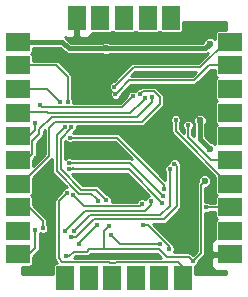
<source format=gbr>
G04 #@! TF.FileFunction,Copper,L2,Bot,Signal*
%FSLAX46Y46*%
G04 Gerber Fmt 4.6, Leading zero omitted, Abs format (unit mm)*
G04 Created by KiCad (PCBNEW 4.0.4-stable) date 07/06/18 22:18:52*
%MOMM*%
%LPD*%
G01*
G04 APERTURE LIST*
%ADD10C,0.100000*%
%ADD11R,1.500000X1.500000*%
%ADD12R,2.000000X1.500000*%
%ADD13R,1.500000X2.000000*%
%ADD14C,0.600000*%
%ADD15C,0.400000*%
%ADD16C,0.200000*%
%ADD17C,0.400000*%
%ADD18C,0.254000*%
G04 APERTURE END LIST*
D10*
D11*
X100000000Y-90000000D03*
D12*
X100000000Y-90000000D03*
D11*
X100000000Y-88000000D03*
D12*
X100000000Y-88000000D03*
D11*
X100000000Y-86000000D03*
X100000000Y-84000000D03*
D12*
X100000000Y-86000000D03*
X100000000Y-84000000D03*
D11*
X100000000Y-96000000D03*
X100000000Y-94000000D03*
X100000000Y-98000000D03*
X100000000Y-92000000D03*
D12*
X100000000Y-96000000D03*
X100000000Y-92000000D03*
X100000000Y-98000000D03*
X100000000Y-94000000D03*
D11*
X100000000Y-80000000D03*
X100000000Y-82000000D03*
D12*
X100000000Y-82000000D03*
X100000000Y-80000000D03*
D11*
X104000000Y-100000000D03*
D13*
X104000000Y-100000000D03*
D11*
X106000000Y-100000000D03*
D13*
X106000000Y-100000000D03*
D11*
X108000000Y-100000000D03*
X110000000Y-100000000D03*
D13*
X108000000Y-100000000D03*
X110000000Y-100000000D03*
D11*
X114000000Y-100000000D03*
X112000000Y-100000000D03*
D13*
X112000000Y-100000000D03*
X114000000Y-100000000D03*
D11*
X118000000Y-86000000D03*
X118000000Y-84000000D03*
X118000000Y-90000000D03*
X118000000Y-88000000D03*
X118000000Y-80000000D03*
X118000000Y-82000000D03*
X118000000Y-96000000D03*
X118000000Y-94000000D03*
X118000000Y-98000000D03*
X118000000Y-92000000D03*
D12*
X118000000Y-86000000D03*
X118000000Y-84000000D03*
X118000000Y-88000000D03*
X118000000Y-90000000D03*
X118000000Y-82000000D03*
X118000000Y-80000000D03*
X118000000Y-96000000D03*
X118000000Y-98000000D03*
X118000000Y-92000000D03*
X118000000Y-94000000D03*
D11*
X107000000Y-78000000D03*
X109000000Y-78000000D03*
X105000000Y-78000000D03*
X111000000Y-78000000D03*
X113000000Y-78000000D03*
D13*
X107000000Y-78000000D03*
X111000000Y-78000000D03*
X105000000Y-78000000D03*
X109000000Y-78000000D03*
X113000000Y-78000000D03*
D14*
X105270000Y-83475000D03*
D15*
X116420000Y-95275000D03*
X116395000Y-92650000D03*
X116495000Y-91500000D03*
X107914719Y-98053846D03*
X101570000Y-89850000D03*
X107920000Y-93000000D03*
D14*
X106020000Y-84550000D03*
X105020000Y-79600000D03*
D15*
X110120000Y-98050000D03*
X104370000Y-88650000D03*
X110969565Y-81231489D03*
X115266793Y-90103207D03*
X110570000Y-79550000D03*
X107420000Y-83350000D03*
X102270000Y-90700000D03*
X102220000Y-88100000D03*
X116220000Y-96450000D03*
D14*
X110520000Y-82700000D03*
X109320000Y-79550000D03*
D15*
X108520000Y-88900000D03*
X107720000Y-95600000D03*
X104070000Y-98150000D03*
X114820000Y-98550000D03*
D14*
X115820000Y-91800000D03*
X116270000Y-89050000D03*
X115420000Y-86650000D03*
X116270000Y-80150000D03*
X107470000Y-80550000D03*
D15*
X112320000Y-93050000D03*
X104320000Y-90250000D03*
X112008302Y-97101622D03*
X107901802Y-96381802D03*
X112370000Y-92450000D03*
X104424727Y-88102727D03*
X103570000Y-85050000D03*
X112220000Y-93600000D03*
X104320000Y-90800000D03*
X104170016Y-92796054D03*
X102122388Y-95786858D03*
X104001028Y-96014385D03*
X111273521Y-93492756D03*
X115970011Y-94009607D03*
X114420000Y-87050000D03*
X106790865Y-93449990D03*
X103970147Y-87213193D03*
X104220000Y-85050002D03*
X104795540Y-96000011D03*
X112870000Y-90750000D03*
X101494365Y-95925564D03*
X104518987Y-96497324D03*
X113270000Y-90300000D03*
X113370000Y-86600000D03*
X111370000Y-84700000D03*
X110774027Y-84765738D03*
X110366276Y-84396629D03*
X101450643Y-86830338D03*
X101857968Y-85319838D03*
X109720000Y-84600000D03*
X108275710Y-84425983D03*
X108176359Y-83788012D03*
X105212625Y-97106102D03*
X107493822Y-93376516D03*
X106720000Y-95481248D03*
X104520000Y-87200000D03*
X112820000Y-97550000D03*
X110620000Y-95500000D03*
X110520000Y-93700000D03*
X104720000Y-93000000D03*
D16*
X116420000Y-95275000D02*
X116420000Y-96250000D01*
X116420000Y-96250000D02*
X116220000Y-96450000D01*
X115266793Y-90103207D02*
X115266793Y-90271793D01*
X115266793Y-90271793D02*
X116495000Y-91500000D01*
X107918565Y-98050000D02*
X107914719Y-98053846D01*
X110120000Y-98050000D02*
X107918565Y-98050000D01*
X102220000Y-88100000D02*
X102220000Y-89200000D01*
X102220000Y-89200000D02*
X101570000Y-89850000D01*
D17*
X118000000Y-98000000D02*
X117970000Y-98000000D01*
D16*
X106070000Y-97550000D02*
X107270000Y-97550000D01*
X107270000Y-97550000D02*
X111970000Y-97550000D01*
X107720000Y-95600000D02*
X107270000Y-96050000D01*
X107270000Y-96050000D02*
X107270000Y-97550000D01*
X112620000Y-98200000D02*
X114470000Y-98200000D01*
X114470000Y-98200000D02*
X114820000Y-98550000D01*
X111970000Y-97550000D02*
X112620000Y-98200000D01*
X105870000Y-97750000D02*
X106070000Y-97550000D01*
X104752842Y-97750000D02*
X105870000Y-97750000D01*
X104070000Y-98150000D02*
X104352842Y-98150000D01*
X104352842Y-98150000D02*
X104752842Y-97750000D01*
X114820000Y-98550000D02*
X115520001Y-97849999D01*
X115520001Y-97849999D02*
X115520001Y-93549999D01*
X115520001Y-93549999D02*
X115520001Y-93599999D01*
X115820000Y-91800000D02*
X115520001Y-92099999D01*
X115520001Y-92099999D02*
X115520001Y-93549999D01*
D17*
X115420000Y-86650000D02*
X115420000Y-88200000D01*
X115420000Y-88200000D02*
X116270000Y-89050000D01*
X107470000Y-80550000D02*
X115870000Y-80550000D01*
X115870000Y-80550000D02*
X116270000Y-80150000D01*
X100000000Y-80000000D02*
X103770000Y-80000000D01*
X103770000Y-80000000D02*
X104320000Y-80550000D01*
X104320000Y-80550000D02*
X107470000Y-80550000D01*
D16*
X104320000Y-90250000D02*
X109520000Y-90250000D01*
X109520000Y-90250000D02*
X112320000Y-93050000D01*
X108621622Y-97101622D02*
X111725460Y-97101622D01*
X111725460Y-97101622D02*
X112008302Y-97101622D01*
X107901802Y-96381802D02*
X108621622Y-97101622D01*
X104424727Y-88102727D02*
X108388729Y-88102727D01*
X108388729Y-88102727D02*
X112370000Y-92083998D01*
X112370000Y-92083998D02*
X112370000Y-92450000D01*
X103570000Y-85050000D02*
X102520000Y-84000000D01*
X102520000Y-84000000D02*
X100000000Y-84000000D01*
X104320000Y-90800000D02*
X109420000Y-90800000D01*
X109420000Y-90800000D02*
X112220000Y-93600000D01*
X104320000Y-90800000D02*
X104602842Y-90800000D01*
X104602842Y-90800000D02*
X104802832Y-90600010D01*
X110000000Y-99050000D02*
X110000000Y-100000000D01*
X112000000Y-100000000D02*
X112000000Y-99050000D01*
X103469999Y-93496071D02*
X103970017Y-92996053D01*
X103780785Y-98646900D02*
X103469999Y-98336114D01*
X113596900Y-98646900D02*
X108279922Y-98646900D01*
X108279922Y-98646900D02*
X108220647Y-98706175D01*
X108220647Y-98706175D02*
X107788643Y-98706175D01*
X107788643Y-98706175D02*
X107729368Y-98646900D01*
X114000000Y-100000000D02*
X114000000Y-99050000D01*
X114000000Y-99050000D02*
X113596900Y-98646900D01*
X107729368Y-98646900D02*
X103780785Y-98646900D01*
X103469999Y-98336114D02*
X103469999Y-93496071D01*
X103970017Y-92996053D02*
X104170016Y-92796054D01*
X102122388Y-95172388D02*
X102122388Y-95504016D01*
X100000000Y-94000000D02*
X100950000Y-94000000D01*
X102122388Y-95504016D02*
X102122388Y-95786858D01*
X100950000Y-94000000D02*
X102122388Y-95172388D01*
X111273521Y-93775598D02*
X110749108Y-94300011D01*
X104201027Y-95814386D02*
X104001028Y-96014385D01*
X105715402Y-94300011D02*
X104201027Y-95814386D01*
X110749108Y-94300011D02*
X105715402Y-94300011D01*
X111273521Y-93492756D02*
X111273521Y-93775598D01*
X118000000Y-94000000D02*
X115979618Y-94000000D01*
X115979618Y-94000000D02*
X115970011Y-94009607D01*
X114420000Y-87332842D02*
X114420000Y-87050000D01*
X116405996Y-90000000D02*
X114420000Y-88014004D01*
X114420000Y-88014004D02*
X114420000Y-87332842D01*
X118000000Y-90000000D02*
X116405996Y-90000000D01*
X104000000Y-100000000D02*
X104000000Y-99050000D01*
X104220000Y-85050002D02*
X104220000Y-82947764D01*
X104220000Y-82947764D02*
X103272236Y-82000000D01*
X103272236Y-82000000D02*
X100000000Y-82000000D01*
X106590866Y-93249991D02*
X106790865Y-93449990D01*
X103291037Y-90926047D02*
X105214978Y-92849988D01*
X103291037Y-87892303D02*
X103291037Y-90926047D01*
X106190863Y-92849988D02*
X106590866Y-93249991D01*
X103970147Y-87213193D02*
X103291037Y-87892303D01*
X105214978Y-92849988D02*
X106190863Y-92849988D01*
X108000000Y-100000000D02*
X108000000Y-99524990D01*
X112064389Y-94668930D02*
X106126621Y-94668930D01*
X104995539Y-95800012D02*
X104795540Y-96000011D01*
X112870000Y-90750000D02*
X112870000Y-93863319D01*
X112870000Y-93863319D02*
X112064389Y-94668930D01*
X106126621Y-94668930D02*
X104995539Y-95800012D01*
X101494365Y-97455635D02*
X101494365Y-96208406D01*
X101494365Y-96208406D02*
X101494365Y-95925564D01*
X100000000Y-98000000D02*
X100950000Y-98000000D01*
X100950000Y-98000000D02*
X101494365Y-97455635D01*
X113469999Y-93912659D02*
X112351420Y-95031238D01*
X112351420Y-95031238D02*
X106416500Y-95031238D01*
X113469999Y-90499999D02*
X113469999Y-93912659D01*
X104950414Y-96497324D02*
X104801829Y-96497324D01*
X106416500Y-95031238D02*
X104950414Y-96497324D01*
X104801829Y-96497324D02*
X104518987Y-96497324D01*
X113270000Y-90300000D02*
X113469999Y-90499999D01*
X113370000Y-86600000D02*
X113370000Y-87570002D01*
X113370000Y-87570002D02*
X117799998Y-92000000D01*
X117799998Y-92000000D02*
X118000000Y-92000000D01*
X111370000Y-84700000D02*
X111370000Y-85081410D01*
X111370000Y-85081410D02*
X110101399Y-86350011D01*
X110101399Y-86350011D02*
X102879812Y-86350011D01*
X102879812Y-86350011D02*
X101820001Y-87409822D01*
X101820001Y-87409822D02*
X101820001Y-87833997D01*
X101820001Y-87833997D02*
X101250001Y-88403997D01*
X101250001Y-88403997D02*
X101250001Y-89503995D01*
X101250001Y-89503995D02*
X100753996Y-90000000D01*
X100753996Y-90000000D02*
X100000000Y-90000000D01*
X101050015Y-85899985D02*
X102438865Y-85899985D01*
X102438865Y-85899985D02*
X102538880Y-86000000D01*
X109539765Y-86000000D02*
X110574028Y-84965737D01*
X110574028Y-84965737D02*
X110774027Y-84765738D01*
X102538880Y-86000000D02*
X109539765Y-86000000D01*
X100950000Y-86000000D02*
X101050015Y-85899985D01*
X100000000Y-86000000D02*
X100950000Y-86000000D01*
X110366276Y-84396629D02*
X110566275Y-84196630D01*
X111559401Y-84196630D02*
X112011818Y-84649047D01*
X110566275Y-84196630D02*
X111559401Y-84196630D01*
X112011818Y-84649047D02*
X112011818Y-85251228D01*
X112011818Y-85251228D02*
X110500051Y-86762995D01*
X110500051Y-86762995D02*
X104798997Y-86762995D01*
X104798997Y-86762995D02*
X104786001Y-86749999D01*
X104786001Y-86749999D02*
X103189250Y-86749999D01*
X103189250Y-86749999D02*
X102670001Y-87269248D01*
X102670001Y-87269248D02*
X102670001Y-89633997D01*
X102670001Y-89633997D02*
X100303998Y-92000000D01*
X100303998Y-92000000D02*
X100000000Y-92000000D01*
X101450643Y-87113180D02*
X101450643Y-86830338D01*
X100950000Y-88000000D02*
X101450643Y-87499357D01*
X101450643Y-87499357D02*
X101450643Y-87113180D01*
X100000000Y-88000000D02*
X100950000Y-88000000D01*
X102057967Y-85519837D02*
X101857968Y-85319838D01*
X108800163Y-85519837D02*
X102057967Y-85519837D01*
X109720000Y-84600000D02*
X108800163Y-85519837D01*
X118000000Y-82000000D02*
X116190296Y-82000000D01*
X116190296Y-82000000D02*
X114940295Y-83250001D01*
X114940295Y-83250001D02*
X109451692Y-83250001D01*
X109451692Y-83250001D02*
X108475709Y-84225984D01*
X108475709Y-84225984D02*
X108275710Y-84425983D01*
X118000000Y-80000000D02*
X117605712Y-80000000D01*
X117605712Y-80000000D02*
X115455713Y-82149999D01*
X115455713Y-82149999D02*
X109814372Y-82149999D01*
X109814372Y-82149999D02*
X108376358Y-83588013D01*
X108376358Y-83588013D02*
X108176359Y-83788012D01*
X105212625Y-96988623D02*
X105212625Y-97106102D01*
X106720000Y-95481248D02*
X105212625Y-96988623D01*
X104520000Y-87324186D02*
X103641048Y-88203138D01*
X103641048Y-88203138D02*
X103641048Y-90781068D01*
X106617284Y-92499978D02*
X107293823Y-93176517D01*
X107293823Y-93176517D02*
X107493822Y-93376516D01*
X105359958Y-92499978D02*
X106617284Y-92499978D01*
X104520000Y-87200000D02*
X104520000Y-87324186D01*
X103641048Y-90781068D02*
X105359958Y-92499978D01*
X112820000Y-97267158D02*
X112820000Y-97550000D01*
X111052842Y-95500000D02*
X112820000Y-97267158D01*
X110620000Y-95500000D02*
X111052842Y-95500000D01*
X104720000Y-93000000D02*
X105639074Y-93919074D01*
X105639074Y-93919074D02*
X110300926Y-93919074D01*
X110300926Y-93919074D02*
X110320001Y-93899999D01*
X110320001Y-93899999D02*
X110520000Y-93700000D01*
D18*
G36*
X102914037Y-90926047D02*
X102942734Y-91070319D01*
X103024458Y-91192626D01*
X104150868Y-92319037D01*
X104075551Y-92318971D01*
X103900170Y-92391437D01*
X103765871Y-92525502D01*
X103693099Y-92700757D01*
X103693065Y-92739847D01*
X103203420Y-93229492D01*
X103121696Y-93351799D01*
X103092999Y-93496071D01*
X103092999Y-98336114D01*
X103121696Y-98480386D01*
X103203420Y-98602693D01*
X103318301Y-98717574D01*
X103250000Y-98717574D01*
X103147350Y-98736889D01*
X103053073Y-98797555D01*
X102989825Y-98890120D01*
X102967574Y-99000000D01*
X102967574Y-99673000D01*
X100327000Y-99673000D01*
X100327000Y-99032426D01*
X101000000Y-99032426D01*
X101102650Y-99013111D01*
X101196927Y-98952445D01*
X101260175Y-98859880D01*
X101282426Y-98750000D01*
X101282426Y-98200732D01*
X101760944Y-97722215D01*
X101842668Y-97599907D01*
X101852595Y-97550000D01*
X101871365Y-97455635D01*
X101871365Y-96223214D01*
X101888416Y-96206192D01*
X102027091Y-96263775D01*
X102216853Y-96263941D01*
X102392234Y-96191475D01*
X102526533Y-96057410D01*
X102599305Y-95882155D01*
X102599471Y-95692393D01*
X102527005Y-95517012D01*
X102499388Y-95489347D01*
X102499388Y-95172388D01*
X102470691Y-95028116D01*
X102388967Y-94905809D01*
X101282426Y-93799268D01*
X101282426Y-93250000D01*
X101263111Y-93147350D01*
X101202445Y-93053073D01*
X101123924Y-92999421D01*
X101196927Y-92952445D01*
X101260175Y-92859880D01*
X101282426Y-92750000D01*
X101282426Y-91554730D01*
X102914037Y-89923120D01*
X102914037Y-90926047D01*
X102914037Y-90926047D01*
G37*
X102914037Y-90926047D02*
X102942734Y-91070319D01*
X103024458Y-91192626D01*
X104150868Y-92319037D01*
X104075551Y-92318971D01*
X103900170Y-92391437D01*
X103765871Y-92525502D01*
X103693099Y-92700757D01*
X103693065Y-92739847D01*
X103203420Y-93229492D01*
X103121696Y-93351799D01*
X103092999Y-93496071D01*
X103092999Y-98336114D01*
X103121696Y-98480386D01*
X103203420Y-98602693D01*
X103318301Y-98717574D01*
X103250000Y-98717574D01*
X103147350Y-98736889D01*
X103053073Y-98797555D01*
X102989825Y-98890120D01*
X102967574Y-99000000D01*
X102967574Y-99673000D01*
X100327000Y-99673000D01*
X100327000Y-99032426D01*
X101000000Y-99032426D01*
X101102650Y-99013111D01*
X101196927Y-98952445D01*
X101260175Y-98859880D01*
X101282426Y-98750000D01*
X101282426Y-98200732D01*
X101760944Y-97722215D01*
X101842668Y-97599907D01*
X101852595Y-97550000D01*
X101871365Y-97455635D01*
X101871365Y-96223214D01*
X101888416Y-96206192D01*
X102027091Y-96263775D01*
X102216853Y-96263941D01*
X102392234Y-96191475D01*
X102526533Y-96057410D01*
X102599305Y-95882155D01*
X102599471Y-95692393D01*
X102527005Y-95517012D01*
X102499388Y-95489347D01*
X102499388Y-95172388D01*
X102470691Y-95028116D01*
X102388967Y-94905809D01*
X101282426Y-93799268D01*
X101282426Y-93250000D01*
X101263111Y-93147350D01*
X101202445Y-93053073D01*
X101123924Y-92999421D01*
X101196927Y-92952445D01*
X101260175Y-92859880D01*
X101282426Y-92750000D01*
X101282426Y-91554730D01*
X102914037Y-89923120D01*
X102914037Y-90926047D01*
G36*
X116717574Y-94750000D02*
X116736889Y-94852650D01*
X116797555Y-94946927D01*
X116876076Y-95000579D01*
X116803073Y-95047555D01*
X116739825Y-95140120D01*
X116717574Y-95250000D01*
X116717574Y-96679666D01*
X116640302Y-96711673D01*
X116461673Y-96890301D01*
X116365000Y-97123690D01*
X116365000Y-97714250D01*
X116523750Y-97873000D01*
X117673000Y-97873000D01*
X117673000Y-98127000D01*
X116523750Y-98127000D01*
X116365000Y-98285750D01*
X116365000Y-98876310D01*
X116461673Y-99109699D01*
X116640302Y-99288327D01*
X116873691Y-99385000D01*
X117673000Y-99385000D01*
X117673000Y-99673000D01*
X115032426Y-99673000D01*
X115032426Y-99000000D01*
X115028645Y-98979905D01*
X115089846Y-98954617D01*
X115224145Y-98820552D01*
X115296917Y-98645297D01*
X115296951Y-98606207D01*
X115786580Y-98116578D01*
X115868304Y-97994271D01*
X115897001Y-97849999D01*
X115897001Y-94486543D01*
X116064476Y-94486690D01*
X116239857Y-94414224D01*
X116277146Y-94377000D01*
X116717574Y-94377000D01*
X116717574Y-94750000D01*
X116717574Y-94750000D01*
G37*
X116717574Y-94750000D02*
X116736889Y-94852650D01*
X116797555Y-94946927D01*
X116876076Y-95000579D01*
X116803073Y-95047555D01*
X116739825Y-95140120D01*
X116717574Y-95250000D01*
X116717574Y-96679666D01*
X116640302Y-96711673D01*
X116461673Y-96890301D01*
X116365000Y-97123690D01*
X116365000Y-97714250D01*
X116523750Y-97873000D01*
X117673000Y-97873000D01*
X117673000Y-98127000D01*
X116523750Y-98127000D01*
X116365000Y-98285750D01*
X116365000Y-98876310D01*
X116461673Y-99109699D01*
X116640302Y-99288327D01*
X116873691Y-99385000D01*
X117673000Y-99385000D01*
X117673000Y-99673000D01*
X115032426Y-99673000D01*
X115032426Y-99000000D01*
X115028645Y-98979905D01*
X115089846Y-98954617D01*
X115224145Y-98820552D01*
X115296917Y-98645297D01*
X115296951Y-98606207D01*
X115786580Y-98116578D01*
X115868304Y-97994271D01*
X115897001Y-97849999D01*
X115897001Y-94486543D01*
X116064476Y-94486690D01*
X116239857Y-94414224D01*
X116277146Y-94377000D01*
X116717574Y-94377000D01*
X116717574Y-94750000D01*
G36*
X112156742Y-98269900D02*
X108279922Y-98269900D01*
X108135650Y-98298597D01*
X108089887Y-98329175D01*
X107919403Y-98329175D01*
X107873640Y-98298597D01*
X107729368Y-98269900D01*
X104766100Y-98269900D01*
X104909001Y-98127000D01*
X105870000Y-98127000D01*
X106014272Y-98098303D01*
X106136579Y-98016579D01*
X106226158Y-97927000D01*
X111813842Y-97927000D01*
X112156742Y-98269900D01*
X112156742Y-98269900D01*
G37*
X112156742Y-98269900D02*
X108279922Y-98269900D01*
X108135650Y-98298597D01*
X108089887Y-98329175D01*
X107919403Y-98329175D01*
X107873640Y-98298597D01*
X107729368Y-98269900D01*
X104766100Y-98269900D01*
X104909001Y-98127000D01*
X105870000Y-98127000D01*
X106014272Y-98098303D01*
X106136579Y-98016579D01*
X106226158Y-97927000D01*
X111813842Y-97927000D01*
X112156742Y-98269900D01*
G36*
X103982710Y-80887290D02*
X104137459Y-80990691D01*
X104320000Y-81027000D01*
X107130879Y-81027000D01*
X107142729Y-81038871D01*
X107354724Y-81126900D01*
X107584269Y-81127100D01*
X107796417Y-81039442D01*
X107808881Y-81027000D01*
X115870000Y-81027000D01*
X116052540Y-80990691D01*
X116140910Y-80931644D01*
X115299555Y-81772999D01*
X109814372Y-81772999D01*
X109670100Y-81801696D01*
X109547793Y-81883420D01*
X108120250Y-83310963D01*
X108081894Y-83310929D01*
X107906513Y-83383395D01*
X107772214Y-83517460D01*
X107699442Y-83692715D01*
X107699276Y-83882477D01*
X107771742Y-84057858D01*
X107870854Y-84157143D01*
X107798793Y-84330686D01*
X107798627Y-84520448D01*
X107871093Y-84695829D01*
X108005158Y-84830128D01*
X108180413Y-84902900D01*
X108370175Y-84903066D01*
X108545556Y-84830600D01*
X108679855Y-84696535D01*
X108752627Y-84521280D01*
X108752661Y-84482190D01*
X109607851Y-83627001D01*
X114940295Y-83627001D01*
X115084567Y-83598304D01*
X115206874Y-83516580D01*
X116346455Y-82377000D01*
X116717574Y-82377000D01*
X116717574Y-82750000D01*
X116736889Y-82852650D01*
X116797555Y-82946927D01*
X116876076Y-83000579D01*
X116803073Y-83047555D01*
X116739825Y-83140120D01*
X116717574Y-83250000D01*
X116717574Y-84750000D01*
X116736889Y-84852650D01*
X116797555Y-84946927D01*
X116876076Y-85000579D01*
X116803073Y-85047555D01*
X116739825Y-85140120D01*
X116717574Y-85250000D01*
X116717574Y-86750000D01*
X116736889Y-86852650D01*
X116797555Y-86946927D01*
X116876076Y-87000579D01*
X116803073Y-87047555D01*
X116739825Y-87140120D01*
X116717574Y-87250000D01*
X116717574Y-88681642D01*
X116597271Y-88561129D01*
X116385276Y-88473100D01*
X116367665Y-88473085D01*
X115897000Y-88002420D01*
X115897000Y-86989121D01*
X115908871Y-86977271D01*
X115996900Y-86765276D01*
X115997100Y-86535731D01*
X115909442Y-86323583D01*
X115747271Y-86161129D01*
X115535276Y-86073100D01*
X115305731Y-86072900D01*
X115093583Y-86160558D01*
X114931129Y-86322729D01*
X114843100Y-86534724D01*
X114842900Y-86764269D01*
X114930558Y-86976417D01*
X114943000Y-86988881D01*
X114943000Y-88003846D01*
X114797000Y-87857846D01*
X114797000Y-87347650D01*
X114824145Y-87320552D01*
X114896917Y-87145297D01*
X114897083Y-86955535D01*
X114824617Y-86780154D01*
X114690552Y-86645855D01*
X114515297Y-86573083D01*
X114325535Y-86572917D01*
X114150154Y-86645383D01*
X114015855Y-86779448D01*
X113943083Y-86954703D01*
X113942917Y-87144465D01*
X114015383Y-87319846D01*
X114043000Y-87347511D01*
X114043000Y-87709844D01*
X113747000Y-87413844D01*
X113747000Y-86897650D01*
X113774145Y-86870552D01*
X113846917Y-86695297D01*
X113847083Y-86505535D01*
X113774617Y-86330154D01*
X113640552Y-86195855D01*
X113465297Y-86123083D01*
X113275535Y-86122917D01*
X113100154Y-86195383D01*
X112965855Y-86329448D01*
X112893083Y-86504703D01*
X112892917Y-86694465D01*
X112965383Y-86869846D01*
X112993000Y-86897511D01*
X112993000Y-87570002D01*
X113021697Y-87714274D01*
X113103421Y-87836581D01*
X116717574Y-91450734D01*
X116717574Y-92750000D01*
X116736889Y-92852650D01*
X116797555Y-92946927D01*
X116876076Y-93000579D01*
X116803073Y-93047555D01*
X116739825Y-93140120D01*
X116717574Y-93250000D01*
X116717574Y-93623000D01*
X116258070Y-93623000D01*
X116240563Y-93605462D01*
X116065308Y-93532690D01*
X115897001Y-93532543D01*
X115897001Y-92377068D01*
X115934269Y-92377100D01*
X116146417Y-92289442D01*
X116308871Y-92127271D01*
X116396900Y-91915276D01*
X116397100Y-91685731D01*
X116309442Y-91473583D01*
X116147271Y-91311129D01*
X115935276Y-91223100D01*
X115705731Y-91222900D01*
X115493583Y-91310558D01*
X115331129Y-91472729D01*
X115243100Y-91684724D01*
X115242957Y-91849082D01*
X115171698Y-91955727D01*
X115143001Y-92099999D01*
X115143001Y-97693841D01*
X114820000Y-98016842D01*
X114736579Y-97933421D01*
X114614272Y-97851697D01*
X114470000Y-97823000D01*
X113221693Y-97823000D01*
X113224145Y-97820552D01*
X113296917Y-97645297D01*
X113297083Y-97455535D01*
X113224617Y-97280154D01*
X113193356Y-97248839D01*
X113168303Y-97122886D01*
X113086579Y-97000579D01*
X111494238Y-95408238D01*
X112351420Y-95408238D01*
X112495692Y-95379541D01*
X112617999Y-95297817D01*
X113736579Y-94179238D01*
X113786803Y-94104072D01*
X113818302Y-94056931D01*
X113846999Y-93912659D01*
X113846999Y-90499999D01*
X113818302Y-90355727D01*
X113747045Y-90249085D01*
X113747083Y-90205535D01*
X113674617Y-90030154D01*
X113540552Y-89895855D01*
X113365297Y-89823083D01*
X113175535Y-89822917D01*
X113000154Y-89895383D01*
X112865855Y-90029448D01*
X112793083Y-90204703D01*
X112793023Y-90272932D01*
X112775535Y-90272917D01*
X112600154Y-90345383D01*
X112465855Y-90479448D01*
X112393083Y-90654703D01*
X112392917Y-90844465D01*
X112465383Y-91019846D01*
X112493000Y-91047511D01*
X112493000Y-91673839D01*
X108655308Y-87836148D01*
X108533001Y-87754424D01*
X108388729Y-87725727D01*
X104722377Y-87725727D01*
X104695279Y-87698582D01*
X104683608Y-87693736D01*
X104760673Y-87616671D01*
X104789846Y-87604617D01*
X104924145Y-87470552D01*
X104996917Y-87295297D01*
X104997053Y-87139995D01*
X110500051Y-87139995D01*
X110644323Y-87111298D01*
X110766630Y-87029574D01*
X112278397Y-85517808D01*
X112360121Y-85395500D01*
X112375028Y-85320554D01*
X112388818Y-85251228D01*
X112388818Y-84649047D01*
X112360121Y-84504775D01*
X112278397Y-84382468D01*
X111825980Y-83930051D01*
X111703673Y-83848327D01*
X111559401Y-83819630D01*
X110566275Y-83819630D01*
X110422003Y-83848327D01*
X110315361Y-83919584D01*
X110271811Y-83919546D01*
X110096430Y-83992012D01*
X109962131Y-84126077D01*
X109941597Y-84175527D01*
X109815297Y-84123083D01*
X109625535Y-84122917D01*
X109450154Y-84195383D01*
X109315855Y-84329448D01*
X109243083Y-84504703D01*
X109243049Y-84543793D01*
X108644005Y-85142837D01*
X104696919Y-85142837D01*
X104697083Y-84955537D01*
X104624617Y-84780156D01*
X104597000Y-84752491D01*
X104597000Y-82947764D01*
X104568303Y-82803492D01*
X104486579Y-82681185D01*
X103538815Y-81733421D01*
X103416508Y-81651697D01*
X103272236Y-81623000D01*
X101282426Y-81623000D01*
X101282426Y-81250000D01*
X101263111Y-81147350D01*
X101202445Y-81053073D01*
X101123924Y-80999421D01*
X101196927Y-80952445D01*
X101260175Y-80859880D01*
X101282426Y-80750000D01*
X101282426Y-80477000D01*
X103572420Y-80477000D01*
X103982710Y-80887290D01*
X103982710Y-80887290D01*
G37*
X103982710Y-80887290D02*
X104137459Y-80990691D01*
X104320000Y-81027000D01*
X107130879Y-81027000D01*
X107142729Y-81038871D01*
X107354724Y-81126900D01*
X107584269Y-81127100D01*
X107796417Y-81039442D01*
X107808881Y-81027000D01*
X115870000Y-81027000D01*
X116052540Y-80990691D01*
X116140910Y-80931644D01*
X115299555Y-81772999D01*
X109814372Y-81772999D01*
X109670100Y-81801696D01*
X109547793Y-81883420D01*
X108120250Y-83310963D01*
X108081894Y-83310929D01*
X107906513Y-83383395D01*
X107772214Y-83517460D01*
X107699442Y-83692715D01*
X107699276Y-83882477D01*
X107771742Y-84057858D01*
X107870854Y-84157143D01*
X107798793Y-84330686D01*
X107798627Y-84520448D01*
X107871093Y-84695829D01*
X108005158Y-84830128D01*
X108180413Y-84902900D01*
X108370175Y-84903066D01*
X108545556Y-84830600D01*
X108679855Y-84696535D01*
X108752627Y-84521280D01*
X108752661Y-84482190D01*
X109607851Y-83627001D01*
X114940295Y-83627001D01*
X115084567Y-83598304D01*
X115206874Y-83516580D01*
X116346455Y-82377000D01*
X116717574Y-82377000D01*
X116717574Y-82750000D01*
X116736889Y-82852650D01*
X116797555Y-82946927D01*
X116876076Y-83000579D01*
X116803073Y-83047555D01*
X116739825Y-83140120D01*
X116717574Y-83250000D01*
X116717574Y-84750000D01*
X116736889Y-84852650D01*
X116797555Y-84946927D01*
X116876076Y-85000579D01*
X116803073Y-85047555D01*
X116739825Y-85140120D01*
X116717574Y-85250000D01*
X116717574Y-86750000D01*
X116736889Y-86852650D01*
X116797555Y-86946927D01*
X116876076Y-87000579D01*
X116803073Y-87047555D01*
X116739825Y-87140120D01*
X116717574Y-87250000D01*
X116717574Y-88681642D01*
X116597271Y-88561129D01*
X116385276Y-88473100D01*
X116367665Y-88473085D01*
X115897000Y-88002420D01*
X115897000Y-86989121D01*
X115908871Y-86977271D01*
X115996900Y-86765276D01*
X115997100Y-86535731D01*
X115909442Y-86323583D01*
X115747271Y-86161129D01*
X115535276Y-86073100D01*
X115305731Y-86072900D01*
X115093583Y-86160558D01*
X114931129Y-86322729D01*
X114843100Y-86534724D01*
X114842900Y-86764269D01*
X114930558Y-86976417D01*
X114943000Y-86988881D01*
X114943000Y-88003846D01*
X114797000Y-87857846D01*
X114797000Y-87347650D01*
X114824145Y-87320552D01*
X114896917Y-87145297D01*
X114897083Y-86955535D01*
X114824617Y-86780154D01*
X114690552Y-86645855D01*
X114515297Y-86573083D01*
X114325535Y-86572917D01*
X114150154Y-86645383D01*
X114015855Y-86779448D01*
X113943083Y-86954703D01*
X113942917Y-87144465D01*
X114015383Y-87319846D01*
X114043000Y-87347511D01*
X114043000Y-87709844D01*
X113747000Y-87413844D01*
X113747000Y-86897650D01*
X113774145Y-86870552D01*
X113846917Y-86695297D01*
X113847083Y-86505535D01*
X113774617Y-86330154D01*
X113640552Y-86195855D01*
X113465297Y-86123083D01*
X113275535Y-86122917D01*
X113100154Y-86195383D01*
X112965855Y-86329448D01*
X112893083Y-86504703D01*
X112892917Y-86694465D01*
X112965383Y-86869846D01*
X112993000Y-86897511D01*
X112993000Y-87570002D01*
X113021697Y-87714274D01*
X113103421Y-87836581D01*
X116717574Y-91450734D01*
X116717574Y-92750000D01*
X116736889Y-92852650D01*
X116797555Y-92946927D01*
X116876076Y-93000579D01*
X116803073Y-93047555D01*
X116739825Y-93140120D01*
X116717574Y-93250000D01*
X116717574Y-93623000D01*
X116258070Y-93623000D01*
X116240563Y-93605462D01*
X116065308Y-93532690D01*
X115897001Y-93532543D01*
X115897001Y-92377068D01*
X115934269Y-92377100D01*
X116146417Y-92289442D01*
X116308871Y-92127271D01*
X116396900Y-91915276D01*
X116397100Y-91685731D01*
X116309442Y-91473583D01*
X116147271Y-91311129D01*
X115935276Y-91223100D01*
X115705731Y-91222900D01*
X115493583Y-91310558D01*
X115331129Y-91472729D01*
X115243100Y-91684724D01*
X115242957Y-91849082D01*
X115171698Y-91955727D01*
X115143001Y-92099999D01*
X115143001Y-97693841D01*
X114820000Y-98016842D01*
X114736579Y-97933421D01*
X114614272Y-97851697D01*
X114470000Y-97823000D01*
X113221693Y-97823000D01*
X113224145Y-97820552D01*
X113296917Y-97645297D01*
X113297083Y-97455535D01*
X113224617Y-97280154D01*
X113193356Y-97248839D01*
X113168303Y-97122886D01*
X113086579Y-97000579D01*
X111494238Y-95408238D01*
X112351420Y-95408238D01*
X112495692Y-95379541D01*
X112617999Y-95297817D01*
X113736579Y-94179238D01*
X113786803Y-94104072D01*
X113818302Y-94056931D01*
X113846999Y-93912659D01*
X113846999Y-90499999D01*
X113818302Y-90355727D01*
X113747045Y-90249085D01*
X113747083Y-90205535D01*
X113674617Y-90030154D01*
X113540552Y-89895855D01*
X113365297Y-89823083D01*
X113175535Y-89822917D01*
X113000154Y-89895383D01*
X112865855Y-90029448D01*
X112793083Y-90204703D01*
X112793023Y-90272932D01*
X112775535Y-90272917D01*
X112600154Y-90345383D01*
X112465855Y-90479448D01*
X112393083Y-90654703D01*
X112392917Y-90844465D01*
X112465383Y-91019846D01*
X112493000Y-91047511D01*
X112493000Y-91673839D01*
X108655308Y-87836148D01*
X108533001Y-87754424D01*
X108388729Y-87725727D01*
X104722377Y-87725727D01*
X104695279Y-87698582D01*
X104683608Y-87693736D01*
X104760673Y-87616671D01*
X104789846Y-87604617D01*
X104924145Y-87470552D01*
X104996917Y-87295297D01*
X104997053Y-87139995D01*
X110500051Y-87139995D01*
X110644323Y-87111298D01*
X110766630Y-87029574D01*
X112278397Y-85517808D01*
X112360121Y-85395500D01*
X112375028Y-85320554D01*
X112388818Y-85251228D01*
X112388818Y-84649047D01*
X112360121Y-84504775D01*
X112278397Y-84382468D01*
X111825980Y-83930051D01*
X111703673Y-83848327D01*
X111559401Y-83819630D01*
X110566275Y-83819630D01*
X110422003Y-83848327D01*
X110315361Y-83919584D01*
X110271811Y-83919546D01*
X110096430Y-83992012D01*
X109962131Y-84126077D01*
X109941597Y-84175527D01*
X109815297Y-84123083D01*
X109625535Y-84122917D01*
X109450154Y-84195383D01*
X109315855Y-84329448D01*
X109243083Y-84504703D01*
X109243049Y-84543793D01*
X108644005Y-85142837D01*
X104696919Y-85142837D01*
X104697083Y-84955537D01*
X104624617Y-84780156D01*
X104597000Y-84752491D01*
X104597000Y-82947764D01*
X104568303Y-82803492D01*
X104486579Y-82681185D01*
X103538815Y-81733421D01*
X103416508Y-81651697D01*
X103272236Y-81623000D01*
X101282426Y-81623000D01*
X101282426Y-81250000D01*
X101263111Y-81147350D01*
X101202445Y-81053073D01*
X101123924Y-80999421D01*
X101196927Y-80952445D01*
X101260175Y-80859880D01*
X101282426Y-80750000D01*
X101282426Y-80477000D01*
X103572420Y-80477000D01*
X103982710Y-80887290D01*
G36*
X111124894Y-93038052D02*
X111003675Y-93088139D01*
X110869376Y-93222204D01*
X110824622Y-93329984D01*
X110790552Y-93295855D01*
X110615297Y-93223083D01*
X110425535Y-93222917D01*
X110250154Y-93295383D01*
X110115855Y-93429448D01*
X110069089Y-93542074D01*
X107941564Y-93542074D01*
X107970739Y-93471813D01*
X107970905Y-93282051D01*
X107898439Y-93106670D01*
X107764374Y-92972371D01*
X107589119Y-92899599D01*
X107550030Y-92899565D01*
X106883863Y-92233399D01*
X106761556Y-92151675D01*
X106617284Y-92122978D01*
X105516116Y-92122978D01*
X104593804Y-91200666D01*
X104617511Y-91177000D01*
X109263842Y-91177000D01*
X111124894Y-93038052D01*
X111124894Y-93038052D01*
G37*
X111124894Y-93038052D02*
X111003675Y-93088139D01*
X110869376Y-93222204D01*
X110824622Y-93329984D01*
X110790552Y-93295855D01*
X110615297Y-93223083D01*
X110425535Y-93222917D01*
X110250154Y-93295383D01*
X110115855Y-93429448D01*
X110069089Y-93542074D01*
X107941564Y-93542074D01*
X107970739Y-93471813D01*
X107970905Y-93282051D01*
X107898439Y-93106670D01*
X107764374Y-92972371D01*
X107589119Y-92899599D01*
X107550030Y-92899565D01*
X106883863Y-92233399D01*
X106761556Y-92151675D01*
X106617284Y-92122978D01*
X105516116Y-92122978D01*
X104593804Y-91200666D01*
X104617511Y-91177000D01*
X109263842Y-91177000D01*
X111124894Y-93038052D01*
G36*
X102293001Y-89477838D02*
X101282426Y-90488413D01*
X101282426Y-90004728D01*
X101516580Y-89770574D01*
X101598304Y-89648267D01*
X101627001Y-89503995D01*
X101627001Y-88560155D01*
X102086580Y-88100576D01*
X102168304Y-87978269D01*
X102197001Y-87833997D01*
X102197001Y-87565980D01*
X102293001Y-87469980D01*
X102293001Y-89477838D01*
X102293001Y-89477838D01*
G37*
X102293001Y-89477838D02*
X101282426Y-90488413D01*
X101282426Y-90004728D01*
X101516580Y-89770574D01*
X101598304Y-89648267D01*
X101627001Y-89503995D01*
X101627001Y-88560155D01*
X102086580Y-88100576D01*
X102168304Y-87978269D01*
X102197001Y-87833997D01*
X102197001Y-87565980D01*
X102293001Y-87469980D01*
X102293001Y-89477838D01*
G36*
X104020110Y-88372573D02*
X104154175Y-88506872D01*
X104329430Y-88579644D01*
X104519192Y-88579810D01*
X104694573Y-88507344D01*
X104722238Y-88479727D01*
X108232571Y-88479727D01*
X109652124Y-89899281D01*
X109520000Y-89873000D01*
X104617650Y-89873000D01*
X104590552Y-89845855D01*
X104415297Y-89773083D01*
X104225535Y-89772917D01*
X104050154Y-89845383D01*
X104018048Y-89877433D01*
X104018048Y-88367583D01*
X104020110Y-88372573D01*
X104020110Y-88372573D01*
G37*
X104020110Y-88372573D02*
X104154175Y-88506872D01*
X104329430Y-88579644D01*
X104519192Y-88579810D01*
X104694573Y-88507344D01*
X104722238Y-88479727D01*
X108232571Y-88479727D01*
X109652124Y-89899281D01*
X109520000Y-89873000D01*
X104617650Y-89873000D01*
X104590552Y-89845855D01*
X104415297Y-89773083D01*
X104225535Y-89772917D01*
X104050154Y-89845383D01*
X104018048Y-89877433D01*
X104018048Y-88367583D01*
X104020110Y-88372573D01*
G36*
X114784137Y-82873001D02*
X109624528Y-82873001D01*
X109970530Y-82526999D01*
X115130139Y-82526999D01*
X114784137Y-82873001D01*
X114784137Y-82873001D01*
G37*
X114784137Y-82873001D02*
X109624528Y-82873001D01*
X109970530Y-82526999D01*
X115130139Y-82526999D01*
X114784137Y-82873001D01*
G36*
X105127000Y-79476250D02*
X105285750Y-79635000D01*
X105876310Y-79635000D01*
X106109699Y-79538327D01*
X106288327Y-79359698D01*
X106320334Y-79282426D01*
X107750000Y-79282426D01*
X107852650Y-79263111D01*
X107946927Y-79202445D01*
X108000579Y-79123924D01*
X108047555Y-79196927D01*
X108140120Y-79260175D01*
X108250000Y-79282426D01*
X109750000Y-79282426D01*
X109852650Y-79263111D01*
X109946927Y-79202445D01*
X110000579Y-79123924D01*
X110047555Y-79196927D01*
X110140120Y-79260175D01*
X110250000Y-79282426D01*
X111750000Y-79282426D01*
X111852650Y-79263111D01*
X111946927Y-79202445D01*
X112000579Y-79123924D01*
X112047555Y-79196927D01*
X112140120Y-79260175D01*
X112250000Y-79282426D01*
X113750000Y-79282426D01*
X113852650Y-79263111D01*
X113946927Y-79202445D01*
X114010175Y-79109880D01*
X114032426Y-79000000D01*
X114032426Y-78327000D01*
X117673000Y-78327000D01*
X117673000Y-78967574D01*
X117000000Y-78967574D01*
X116897350Y-78986889D01*
X116803073Y-79047555D01*
X116739825Y-79140120D01*
X116717574Y-79250000D01*
X116717574Y-79781642D01*
X116597271Y-79661129D01*
X116385276Y-79573100D01*
X116155731Y-79572900D01*
X115943583Y-79660558D01*
X115781129Y-79822729D01*
X115693100Y-80034724D01*
X115693085Y-80052335D01*
X115672420Y-80073000D01*
X107809121Y-80073000D01*
X107797271Y-80061129D01*
X107585276Y-79973100D01*
X107355731Y-79972900D01*
X107143583Y-80060558D01*
X107131119Y-80073000D01*
X104517580Y-80073000D01*
X104107290Y-79662710D01*
X103971433Y-79571933D01*
X104123690Y-79635000D01*
X104714250Y-79635000D01*
X104873000Y-79476250D01*
X104873000Y-78327000D01*
X105127000Y-78327000D01*
X105127000Y-79476250D01*
X105127000Y-79476250D01*
G37*
X105127000Y-79476250D02*
X105285750Y-79635000D01*
X105876310Y-79635000D01*
X106109699Y-79538327D01*
X106288327Y-79359698D01*
X106320334Y-79282426D01*
X107750000Y-79282426D01*
X107852650Y-79263111D01*
X107946927Y-79202445D01*
X108000579Y-79123924D01*
X108047555Y-79196927D01*
X108140120Y-79260175D01*
X108250000Y-79282426D01*
X109750000Y-79282426D01*
X109852650Y-79263111D01*
X109946927Y-79202445D01*
X110000579Y-79123924D01*
X110047555Y-79196927D01*
X110140120Y-79260175D01*
X110250000Y-79282426D01*
X111750000Y-79282426D01*
X111852650Y-79263111D01*
X111946927Y-79202445D01*
X112000579Y-79123924D01*
X112047555Y-79196927D01*
X112140120Y-79260175D01*
X112250000Y-79282426D01*
X113750000Y-79282426D01*
X113852650Y-79263111D01*
X113946927Y-79202445D01*
X114010175Y-79109880D01*
X114032426Y-79000000D01*
X114032426Y-78327000D01*
X117673000Y-78327000D01*
X117673000Y-78967574D01*
X117000000Y-78967574D01*
X116897350Y-78986889D01*
X116803073Y-79047555D01*
X116739825Y-79140120D01*
X116717574Y-79250000D01*
X116717574Y-79781642D01*
X116597271Y-79661129D01*
X116385276Y-79573100D01*
X116155731Y-79572900D01*
X115943583Y-79660558D01*
X115781129Y-79822729D01*
X115693100Y-80034724D01*
X115693085Y-80052335D01*
X115672420Y-80073000D01*
X107809121Y-80073000D01*
X107797271Y-80061129D01*
X107585276Y-79973100D01*
X107355731Y-79972900D01*
X107143583Y-80060558D01*
X107131119Y-80073000D01*
X104517580Y-80073000D01*
X104107290Y-79662710D01*
X103971433Y-79571933D01*
X104123690Y-79635000D01*
X104714250Y-79635000D01*
X104873000Y-79476250D01*
X104873000Y-78327000D01*
X105127000Y-78327000D01*
X105127000Y-79476250D01*
M02*

</source>
